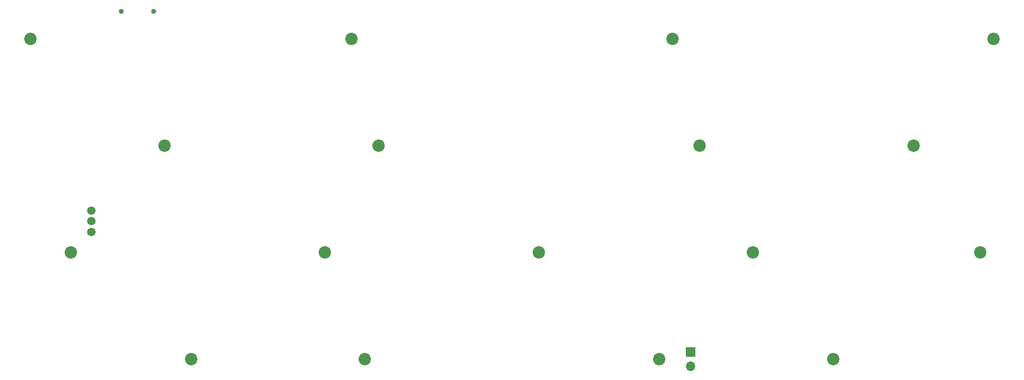
<source format=gbr>
%TF.GenerationSoftware,KiCad,Pcbnew,8.0.8*%
%TF.CreationDate,2025-03-01T19:04:34+01:00*%
%TF.ProjectId,travaulta HHKB,74726176-6175-46c7-9461-2048484b422e,rev?*%
%TF.SameCoordinates,Original*%
%TF.FileFunction,Soldermask,Top*%
%TF.FilePolarity,Negative*%
%FSLAX46Y46*%
G04 Gerber Fmt 4.6, Leading zero omitted, Abs format (unit mm)*
G04 Created by KiCad (PCBNEW 8.0.8) date 2025-03-01 19:04:34*
%MOMM*%
%LPD*%
G01*
G04 APERTURE LIST*
%ADD10C,2.200000*%
%ADD11C,1.500000*%
%ADD12R,1.700000X1.700000*%
%ADD13O,1.700000X1.700000*%
%ADD14C,0.900000*%
G04 APERTURE END LIST*
D10*
%TO.C,H2*%
X120650000Y-57150000D03*
%TD*%
%TO.C,H11*%
X153987500Y-95250000D03*
%TD*%
%TO.C,H1*%
X63500000Y-57150000D03*
%TD*%
D11*
%TO.C,J1*%
X74322402Y-91576772D03*
X74322402Y-89676772D03*
X74322402Y-87776772D03*
%TD*%
D10*
%TO.C,H9*%
X70643750Y-95250000D03*
%TD*%
%TO.C,H13*%
X232568750Y-95250000D03*
%TD*%
%TO.C,H5*%
X87312500Y-76200000D03*
%TD*%
%TO.C,H10*%
X115887500Y-95250000D03*
%TD*%
%TO.C,H8*%
X220662500Y-76200000D03*
%TD*%
%TO.C,H15*%
X123031250Y-114300000D03*
%TD*%
%TO.C,H3*%
X177800000Y-57150000D03*
%TD*%
%TO.C,H17*%
X206375000Y-114300000D03*
%TD*%
%TO.C,H4*%
X234950000Y-57150000D03*
%TD*%
%TO.C,H6*%
X125412500Y-76200000D03*
%TD*%
%TO.C,H16*%
X175418750Y-114300000D03*
%TD*%
%TO.C,H12*%
X192087500Y-95250000D03*
%TD*%
%TO.C,H7*%
X182562500Y-76200000D03*
%TD*%
%TO.C,H14*%
X92075000Y-114300000D03*
%TD*%
D12*
%TO.C,SW38*%
X180975000Y-113025000D03*
D13*
X180975000Y-115565000D03*
%TD*%
D14*
%TO.C,USB1*%
X79660000Y-52271250D03*
X85440000Y-52271250D03*
%TD*%
M02*

</source>
